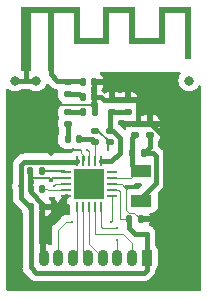
<source format=gbr>
%TF.GenerationSoftware,KiCad,Pcbnew,7.0.5*%
%TF.CreationDate,2024-06-04T21:33:16-04:00*%
%TF.ProjectId,Prueba kicad,50727565-6261-4206-9b69-6361642e6b69,rev?*%
%TF.SameCoordinates,Original*%
%TF.FileFunction,Copper,L1,Top*%
%TF.FilePolarity,Positive*%
%FSLAX46Y46*%
G04 Gerber Fmt 4.6, Leading zero omitted, Abs format (unit mm)*
G04 Created by KiCad (PCBNEW 7.0.5) date 2024-06-04 21:33:16*
%MOMM*%
%LPD*%
G01*
G04 APERTURE LIST*
G04 Aperture macros list*
%AMRoundRect*
0 Rectangle with rounded corners*
0 $1 Rounding radius*
0 $2 $3 $4 $5 $6 $7 $8 $9 X,Y pos of 4 corners*
0 Add a 4 corners polygon primitive as box body*
4,1,4,$2,$3,$4,$5,$6,$7,$8,$9,$2,$3,0*
0 Add four circle primitives for the rounded corners*
1,1,$1+$1,$2,$3*
1,1,$1+$1,$4,$5*
1,1,$1+$1,$6,$7*
1,1,$1+$1,$8,$9*
0 Add four rect primitives between the rounded corners*
20,1,$1+$1,$2,$3,$4,$5,0*
20,1,$1+$1,$4,$5,$6,$7,0*
20,1,$1+$1,$6,$7,$8,$9,0*
20,1,$1+$1,$8,$9,$2,$3,0*%
G04 Aperture macros list end*
%TA.AperFunction,SMDPad,CuDef*%
%ADD10RoundRect,0.135000X-0.135000X-0.185000X0.135000X-0.185000X0.135000X0.185000X-0.135000X0.185000X0*%
%TD*%
%TA.AperFunction,SMDPad,CuDef*%
%ADD11RoundRect,0.140000X-0.140000X-0.170000X0.140000X-0.170000X0.140000X0.170000X-0.140000X0.170000X0*%
%TD*%
%TA.AperFunction,SMDPad,CuDef*%
%ADD12RoundRect,0.140000X0.170000X-0.140000X0.170000X0.140000X-0.170000X0.140000X-0.170000X-0.140000X0*%
%TD*%
%TA.AperFunction,SMDPad,CuDef*%
%ADD13R,1.800000X1.000000*%
%TD*%
%TA.AperFunction,SMDPad,CuDef*%
%ADD14RoundRect,0.147500X0.172500X-0.147500X0.172500X0.147500X-0.172500X0.147500X-0.172500X-0.147500X0*%
%TD*%
%TA.AperFunction,ComponentPad*%
%ADD15R,0.900000X0.500000*%
%TD*%
%TA.AperFunction,ConnectorPad*%
%ADD16R,0.500000X0.500000*%
%TD*%
%TA.AperFunction,SMDPad,CuDef*%
%ADD17RoundRect,0.140000X-0.170000X0.140000X-0.170000X-0.140000X0.170000X-0.140000X0.170000X0.140000X0*%
%TD*%
%TA.AperFunction,SMDPad,CuDef*%
%ADD18RoundRect,0.147500X0.147500X0.172500X-0.147500X0.172500X-0.147500X-0.172500X0.147500X-0.172500X0*%
%TD*%
%TA.AperFunction,SMDPad,CuDef*%
%ADD19R,2.500000X2.500000*%
%TD*%
%TA.AperFunction,SMDPad,CuDef*%
%ADD20RoundRect,0.062500X0.350000X-0.062500X0.350000X0.062500X-0.350000X0.062500X-0.350000X-0.062500X0*%
%TD*%
%TA.AperFunction,SMDPad,CuDef*%
%ADD21RoundRect,0.062500X0.062500X-0.350000X0.062500X0.350000X-0.062500X0.350000X-0.062500X-0.350000X0*%
%TD*%
%TA.AperFunction,SMDPad,CuDef*%
%ADD22RoundRect,0.140000X0.140000X0.170000X-0.140000X0.170000X-0.140000X-0.170000X0.140000X-0.170000X0*%
%TD*%
%TA.AperFunction,SMDPad,CuDef*%
%ADD23RoundRect,0.135000X0.135000X0.185000X-0.135000X0.185000X-0.135000X-0.185000X0.135000X-0.185000X0*%
%TD*%
%TA.AperFunction,ComponentPad*%
%ADD24O,0.900000X1.400000*%
%TD*%
%TA.AperFunction,ComponentPad*%
%ADD25RoundRect,0.225000X0.225000X0.475000X-0.225000X0.475000X-0.225000X-0.475000X0.225000X-0.475000X0*%
%TD*%
%TA.AperFunction,ViaPad*%
%ADD26C,0.800000*%
%TD*%
%TA.AperFunction,ViaPad*%
%ADD27C,0.200000*%
%TD*%
%TA.AperFunction,ViaPad*%
%ADD28C,0.500000*%
%TD*%
%TA.AperFunction,ViaPad*%
%ADD29C,0.400000*%
%TD*%
%TA.AperFunction,Conductor*%
%ADD30C,0.400000*%
%TD*%
%TA.AperFunction,Conductor*%
%ADD31C,0.100000*%
%TD*%
%TA.AperFunction,Conductor*%
%ADD32C,0.200000*%
%TD*%
G04 APERTURE END LIST*
%TA.AperFunction,EtchedComponent*%
%TO.C,AE1*%
G36*
X119512500Y-91130000D02*
G01*
X121512500Y-91130000D01*
X121512500Y-88490000D01*
X124212500Y-88490000D01*
X124212500Y-91130000D01*
X126212500Y-91130000D01*
X126212500Y-88490000D01*
X128912500Y-88490000D01*
X128912500Y-92930000D01*
X128412500Y-92930000D01*
X128412500Y-88990000D01*
X126712500Y-88990000D01*
X126712500Y-91630000D01*
X123712500Y-91630000D01*
X123712500Y-88990000D01*
X122012500Y-88990000D01*
X122012500Y-91630000D01*
X119012500Y-91630000D01*
X119012500Y-88990000D01*
X117312500Y-88990000D01*
X117312500Y-93890000D01*
X116812500Y-93890000D01*
X116812500Y-88990000D01*
X115412500Y-88990000D01*
X115412500Y-93890000D01*
X114512500Y-93890000D01*
X114512500Y-93646785D01*
X114814917Y-93646785D01*
X114824758Y-93694395D01*
X114848826Y-93736797D01*
X114886769Y-93769581D01*
X114894681Y-93773935D01*
X114937344Y-93786043D01*
X114985863Y-93785300D01*
X115031378Y-93772400D01*
X115049989Y-93761787D01*
X115083632Y-93726553D01*
X115104191Y-93681368D01*
X115110722Y-93631842D01*
X115102282Y-93583583D01*
X115085388Y-93551357D01*
X115050128Y-93518687D01*
X115004818Y-93498592D01*
X114955233Y-93492018D01*
X114907147Y-93499908D01*
X114874255Y-93516814D01*
X114839315Y-93553584D01*
X114819653Y-93598378D01*
X114814917Y-93646785D01*
X114512500Y-93646785D01*
X114512500Y-88490000D01*
X119512500Y-88490000D01*
X119512500Y-91130000D01*
G37*
%TD.AperFunction*%
%TD*%
D10*
%TO.P,R2,2*%
%TO.N,Net-(C6-Pad1)*%
X124970000Y-100878000D03*
%TO.P,R2,1*%
%TO.N,Net-(U1-XC2)*%
X123950000Y-100878000D03*
%TD*%
D11*
%TO.P,C11,2*%
%TO.N,GND*%
X120731000Y-96149000D03*
%TO.P,C11,1*%
%TO.N,Net-(C10-Pad1)*%
X119771000Y-96149000D03*
%TD*%
D12*
%TO.P,C5,2*%
%TO.N,GND*%
X124206000Y-98394000D03*
%TO.P,C5,1*%
%TO.N,Net-(U1-XC2)*%
X124206000Y-99354000D03*
%TD*%
%TO.P,C7,2*%
%TO.N,GND*%
X122283000Y-96403000D03*
%TO.P,C7,1*%
%TO.N,Net-(U1-VDD_PA)*%
X122283000Y-97363000D03*
%TD*%
D13*
%TO.P,Y1,2,2*%
%TO.N,Net-(C6-Pad1)*%
X124714000Y-104902000D03*
%TO.P,Y1,1,1*%
%TO.N,Net-(U1-XC2)*%
X124714000Y-102402000D03*
%TD*%
D11*
%TO.P,C10,2*%
%TO.N,GND*%
X120787000Y-97419000D03*
%TO.P,C10,1*%
%TO.N,Net-(C10-Pad1)*%
X119827000Y-97419000D03*
%TD*%
D12*
%TO.P,C6,2*%
%TO.N,GND*%
X125476000Y-98394000D03*
%TO.P,C6,1*%
%TO.N,Net-(C6-Pad1)*%
X125476000Y-99354000D03*
%TD*%
D14*
%TO.P,L1,2,2*%
%TO.N,Net-(U1-ANT2)*%
X120787000Y-98989000D03*
%TO.P,L1,1,1*%
%TO.N,Net-(U1-ANT1)*%
X120787000Y-99959000D03*
%TD*%
D11*
%TO.P,C4,2*%
%TO.N,GND*%
X124670000Y-106476000D03*
%TO.P,C4,1*%
%TO.N,VDD*%
X123710000Y-106476000D03*
%TD*%
D15*
%TO.P,AE1,2*%
%TO.N,N/C*%
X114962500Y-93640000D03*
D16*
%TO.P,AE1,1,A*%
%TO.N,Net-(AE1-A)*%
X117062500Y-93640000D03*
%TD*%
D14*
%TO.P,L4,2,2*%
%TO.N,Net-(AE1-A)*%
X118501000Y-94879000D03*
%TO.P,L4,1,1*%
%TO.N,Net-(C10-Pad1)*%
X118501000Y-95849000D03*
%TD*%
D17*
%TO.P,C9,2*%
%TO.N,Net-(C9-Pad2)*%
X118501000Y-98379000D03*
%TO.P,C9,1*%
%TO.N,Net-(C10-Pad1)*%
X118501000Y-97419000D03*
%TD*%
D11*
%TO.P,C2,2*%
%TO.N,GND*%
X116332000Y-105410000D03*
%TO.P,C2,1*%
%TO.N,VDD*%
X115372000Y-105410000D03*
%TD*%
D14*
%TO.P,L2,2,2*%
%TO.N,Net-(U1-VDD_PA)*%
X122057000Y-98989000D03*
%TO.P,L2,1,1*%
%TO.N,Net-(U1-ANT2)*%
X122057000Y-99959000D03*
%TD*%
D11*
%TO.P,C12,2*%
%TO.N,GND*%
X120731000Y-94879000D03*
%TO.P,C12,1*%
%TO.N,Net-(AE1-A)*%
X119771000Y-94879000D03*
%TD*%
D12*
%TO.P,C8,2*%
%TO.N,GND*%
X123581000Y-96403000D03*
%TO.P,C8,1*%
%TO.N,Net-(U1-VDD_PA)*%
X123581000Y-97363000D03*
%TD*%
D18*
%TO.P,L3,2,2*%
%TO.N,Net-(C9-Pad2)*%
X118501000Y-99705000D03*
%TO.P,L3,1,1*%
%TO.N,Net-(U1-ANT1)*%
X119471000Y-99705000D03*
%TD*%
D19*
%TO.P,U1,21*%
%TO.N,N/C*%
X120279000Y-103515000D03*
D20*
%TO.P,U1,20,VSS*%
%TO.N,GND*%
X118341500Y-104515000D03*
%TO.P,U1,19,DVDD*%
%TO.N,Net-(U1-DVDD)*%
X118341500Y-104015000D03*
%TO.P,U1,18,VDD*%
%TO.N,VDD*%
X118341500Y-103515000D03*
%TO.P,U1,17,VSS*%
%TO.N,GND*%
X118341500Y-103015000D03*
%TO.P,U1,16,IREF*%
%TO.N,Net-(U1-IREF)*%
X118341500Y-102515000D03*
D21*
%TO.P,U1,15,VDD*%
%TO.N,VDD*%
X119279000Y-101577500D03*
%TO.P,U1,14,VSS*%
%TO.N,GND*%
X119779000Y-101577500D03*
%TO.P,U1,13,ANT2*%
%TO.N,Net-(U1-ANT2)*%
X120279000Y-101577500D03*
%TO.P,U1,12,ANT1*%
%TO.N,Net-(U1-ANT1)*%
X120779000Y-101577500D03*
%TO.P,U1,11,VDD_PA*%
%TO.N,Net-(U1-VDD_PA)*%
X121279000Y-101577500D03*
D20*
%TO.P,U1,10,XC1*%
%TO.N,unconnected-(U1-XC1-Pad10)*%
X122216500Y-102515000D03*
%TO.P,U1,9,XC2*%
%TO.N,Net-(U1-XC2)*%
X122216500Y-103015000D03*
%TO.P,U1,8,VSS*%
%TO.N,GND*%
X122216500Y-103515000D03*
%TO.P,U1,7,VDD*%
%TO.N,VDD*%
X122216500Y-104015000D03*
%TO.P,U1,6,IRQ*%
%TO.N,Net-(J1-Pin_7)*%
X122216500Y-104515000D03*
D21*
%TO.P,U1,5,MISO*%
%TO.N,Net-(J1-Pin_3)*%
X121279000Y-105452500D03*
%TO.P,U1,4,MOSI*%
%TO.N,Net-(J1-Pin_2)*%
X120779000Y-105452500D03*
%TO.P,U1,3,SCK*%
%TO.N,Net-(J1-Pin_4)*%
X120279000Y-105452500D03*
%TO.P,U1,2,CSN*%
%TO.N,Net-(J1-Pin_5)*%
X119779000Y-105452500D03*
%TO.P,U1,1,CE*%
%TO.N,Net-(J1-Pin_6)*%
X119279000Y-105452500D03*
%TD*%
D22*
%TO.P,C3,2*%
%TO.N,GND*%
X115372000Y-103886000D03*
%TO.P,C3,1*%
%TO.N,Net-(U1-DVDD)*%
X116332000Y-103886000D03*
%TD*%
D23*
%TO.P,R1,2*%
%TO.N,GND*%
X115312000Y-102362000D03*
%TO.P,R1,1*%
%TO.N,Net-(U1-IREF)*%
X116332000Y-102362000D03*
%TD*%
D24*
%TO.P,J1,8,Pin_8*%
%TO.N,GND*%
X116452000Y-109728000D03*
%TO.P,J1,7,Pin_7*%
%TO.N,Net-(J1-Pin_7)*%
X117702000Y-109728000D03*
%TO.P,J1,6,Pin_6*%
%TO.N,Net-(J1-Pin_6)*%
X118952000Y-109728000D03*
%TO.P,J1,5,Pin_5*%
%TO.N,Net-(J1-Pin_5)*%
X120202000Y-109728000D03*
%TO.P,J1,4,Pin_4*%
%TO.N,Net-(J1-Pin_4)*%
X121452000Y-109728000D03*
%TO.P,J1,3,Pin_3*%
%TO.N,Net-(J1-Pin_3)*%
X122702000Y-109728000D03*
%TO.P,J1,2,Pin_2*%
%TO.N,Net-(J1-Pin_2)*%
X123952000Y-109728000D03*
D25*
%TO.P,J1,1,Pin_1*%
%TO.N,VDD*%
X125202000Y-109728000D03*
%TD*%
D26*
%TO.N,*%
X115824000Y-94742000D03*
X114046000Y-94742000D03*
X128778000Y-94742000D03*
D27*
%TO.N,VDD*%
X117348000Y-103632000D03*
D28*
X114554000Y-103632000D03*
%TO.N,GND*%
X117094000Y-100838000D03*
D29*
X117094000Y-103124000D03*
D27*
%TO.N,Net-(J1-Pin_3)*%
X122682000Y-107188000D03*
X122682000Y-108204000D03*
%TO.N,Net-(J1-Pin_7)*%
X122174000Y-106680000D03*
X118872000Y-106680000D03*
%TO.N,Net-(U1-ANT2)*%
X121920000Y-100584000D03*
X120142000Y-100584000D03*
%TD*%
D30*
%TO.N,*%
X114962500Y-93640000D02*
X114962500Y-94642500D01*
X115062000Y-94742000D02*
X115824000Y-94742000D01*
X114046000Y-94742000D02*
X115062000Y-94742000D01*
X114962500Y-94642500D02*
X115062000Y-94742000D01*
%TO.N,Net-(AE1-A)*%
X117062500Y-93640000D02*
X117062500Y-94202500D01*
X117062500Y-94202500D02*
X117602000Y-94742000D01*
X119634000Y-94742000D02*
X119771000Y-94879000D01*
X117602000Y-94742000D02*
X119634000Y-94742000D01*
D31*
%TO.N,VDD*%
X123660000Y-106426000D02*
X123710000Y-106476000D01*
D30*
X114554000Y-103886000D02*
X114554000Y-101854000D01*
X114554000Y-101854000D02*
X114808000Y-101600000D01*
X115824000Y-110998000D02*
X124968000Y-110998000D01*
D31*
X122936000Y-104140000D02*
X122936000Y-106426000D01*
D30*
X125222000Y-110744000D02*
X125202000Y-110724000D01*
X114554000Y-103886000D02*
X114554000Y-103632000D01*
X124206000Y-107696000D02*
X123698000Y-107188000D01*
D31*
X122216500Y-104015000D02*
X122811000Y-104015000D01*
X122811000Y-104015000D02*
X122936000Y-104140000D01*
D30*
X119231500Y-101600000D02*
X119254000Y-101577500D01*
X123710000Y-107176000D02*
X123710000Y-106476000D01*
X124968000Y-110998000D02*
X125222000Y-110744000D01*
X123698000Y-107188000D02*
X123710000Y-107176000D01*
X114554000Y-104648000D02*
X114554000Y-103886000D01*
X125202000Y-109728000D02*
X125222000Y-109708000D01*
D31*
X118341500Y-103515000D02*
X117465000Y-103515000D01*
X117465000Y-103515000D02*
X117348000Y-103632000D01*
D30*
X125202000Y-110724000D02*
X125202000Y-109728000D01*
X115316000Y-105410000D02*
X114554000Y-104648000D01*
X125222000Y-107696000D02*
X124206000Y-107696000D01*
X115372000Y-105410000D02*
X115372000Y-110546000D01*
D31*
X122936000Y-106426000D02*
X123660000Y-106426000D01*
D30*
X114808000Y-101600000D02*
X119231500Y-101600000D01*
X115372000Y-105410000D02*
X115316000Y-105410000D01*
X115372000Y-110546000D02*
X115824000Y-110998000D01*
X125222000Y-109708000D02*
X125222000Y-107696000D01*
%TO.N,GND*%
X124460000Y-96520000D02*
X124343000Y-96403000D01*
X125222000Y-98394000D02*
X125572000Y-98394000D01*
X116332000Y-105156000D02*
X116332000Y-105410000D01*
X124460000Y-98394000D02*
X125222000Y-98394000D01*
X120731000Y-96149000D02*
X121295000Y-96149000D01*
X125572000Y-98394000D02*
X126746000Y-99568000D01*
X115312000Y-103826000D02*
X115372000Y-103886000D01*
D32*
X117094000Y-100584000D02*
X117094000Y-100838000D01*
X117203000Y-103015000D02*
X117094000Y-103124000D01*
D30*
X115372000Y-103886000D02*
X115372000Y-104196000D01*
X120731000Y-96774000D02*
X120731000Y-97363000D01*
D31*
X119888000Y-101092000D02*
X119634000Y-100838000D01*
D30*
X116332000Y-105410000D02*
X116332000Y-109608000D01*
X118341500Y-104540000D02*
X117471500Y-105410000D01*
X126746000Y-105156000D02*
X125426000Y-106476000D01*
D31*
X123073000Y-103515000D02*
X123444000Y-103886000D01*
D32*
X120731000Y-96774000D02*
X117856000Y-96774000D01*
D31*
X122216500Y-103515000D02*
X123073000Y-103515000D01*
X119634000Y-100838000D02*
X119634000Y-100584000D01*
D30*
X124206000Y-98394000D02*
X124460000Y-98394000D01*
D31*
X123698000Y-105916000D02*
X124110000Y-105916000D01*
D32*
X117954500Y-104902000D02*
X118341500Y-104515000D01*
X117094000Y-100584000D02*
X119634000Y-100584000D01*
X115421000Y-103015000D02*
X115312000Y-103124000D01*
X117094000Y-103124000D02*
X116985000Y-103015000D01*
D30*
X120731000Y-94879000D02*
X120731000Y-96774000D01*
X115312000Y-103124000D02*
X115312000Y-103826000D01*
D31*
X119888000Y-101468500D02*
X119888000Y-101092000D01*
D32*
X117094000Y-97536000D02*
X117094000Y-100584000D01*
D30*
X115372000Y-104196000D02*
X116332000Y-105156000D01*
X124460000Y-98394000D02*
X124460000Y-96520000D01*
X126746000Y-99568000D02*
X126746000Y-105156000D01*
D32*
X117856000Y-96774000D02*
X117094000Y-97536000D01*
D30*
X121295000Y-96149000D02*
X121549000Y-96403000D01*
D31*
X124110000Y-105916000D02*
X124670000Y-106476000D01*
D30*
X115312000Y-102362000D02*
X115312000Y-103124000D01*
D31*
X123444000Y-105662000D02*
X123698000Y-105916000D01*
D30*
X124343000Y-96403000D02*
X123581000Y-96403000D01*
D31*
X119779000Y-101577500D02*
X119888000Y-101468500D01*
D30*
X120731000Y-97363000D02*
X120787000Y-97419000D01*
D32*
X116985000Y-103015000D02*
X115421000Y-103015000D01*
D31*
X123444000Y-103886000D02*
X123444000Y-105662000D01*
D32*
X118341500Y-103015000D02*
X117203000Y-103015000D01*
D30*
X117471500Y-105410000D02*
X116332000Y-105410000D01*
X116332000Y-109608000D02*
X116452000Y-109728000D01*
X121549000Y-96403000D02*
X123581000Y-96403000D01*
X125426000Y-106476000D02*
X124670000Y-106476000D01*
D31*
%TO.N,Net-(U1-DVDD)*%
X116711000Y-103886000D02*
X116332000Y-103886000D01*
X116840000Y-104015000D02*
X116711000Y-103886000D01*
X118341500Y-104015000D02*
X116840000Y-104015000D01*
D30*
%TO.N,Net-(U1-XC2)*%
X124206000Y-99354000D02*
X123950000Y-99610000D01*
D31*
X123847000Y-103015000D02*
X124460000Y-102402000D01*
D30*
X123950000Y-99610000D02*
X123950000Y-100878000D01*
D31*
X122216500Y-103015000D02*
X123847000Y-103015000D01*
D30*
X123950000Y-100878000D02*
X123950000Y-101892000D01*
X123950000Y-101892000D02*
X124460000Y-102402000D01*
%TO.N,Net-(C6-Pad1)*%
X124970000Y-100878000D02*
X125010000Y-100838000D01*
X125476000Y-99354000D02*
X125476000Y-100372000D01*
X125984000Y-101092000D02*
X125984000Y-103378000D01*
X125010000Y-100838000D02*
X125730000Y-100838000D01*
X125476000Y-100372000D02*
X124970000Y-100878000D01*
X125984000Y-103378000D02*
X124460000Y-104902000D01*
X125730000Y-100838000D02*
X125984000Y-101092000D01*
%TO.N,Net-(U1-VDD_PA)*%
X122057000Y-98989000D02*
X122357000Y-98989000D01*
X122057000Y-98989000D02*
X122057000Y-97589000D01*
X122936000Y-100838000D02*
X122196500Y-101577500D01*
X122357000Y-98989000D02*
X122936000Y-99568000D01*
X122936000Y-99568000D02*
X122936000Y-100838000D01*
X122057000Y-97589000D02*
X122283000Y-97363000D01*
X122283000Y-97363000D02*
X123581000Y-97363000D01*
X122196500Y-101577500D02*
X121304000Y-101577500D01*
%TO.N,Net-(C10-Pad1)*%
X119471000Y-95849000D02*
X119771000Y-96149000D01*
X118501000Y-95849000D02*
X119471000Y-95849000D01*
X118501000Y-97419000D02*
X119827000Y-97419000D01*
%TO.N,Net-(C9-Pad2)*%
X118501000Y-98379000D02*
X118501000Y-99705000D01*
D31*
%TO.N,Net-(J1-Pin_2)*%
X123190000Y-107696000D02*
X123952000Y-108458000D01*
X120779000Y-105452500D02*
X120779000Y-107696000D01*
X120779000Y-107696000D02*
X123190000Y-107696000D01*
X123952000Y-108458000D02*
X123952000Y-109728000D01*
%TO.N,Net-(J1-Pin_3)*%
X122702000Y-108224000D02*
X122682000Y-108204000D01*
X121412000Y-107188000D02*
X122682000Y-107188000D01*
X121279000Y-105452500D02*
X121279000Y-107055000D01*
X122702000Y-109728000D02*
X122702000Y-108224000D01*
X121279000Y-107055000D02*
X121412000Y-107188000D01*
%TO.N,Net-(J1-Pin_4)*%
X120279000Y-105452500D02*
X120279000Y-108555000D01*
X120279000Y-108555000D02*
X121452000Y-109728000D01*
%TO.N,Net-(J1-Pin_5)*%
X119779000Y-109305000D02*
X120202000Y-109728000D01*
X119779000Y-105452500D02*
X119779000Y-109305000D01*
%TO.N,Net-(J1-Pin_6)*%
X119279000Y-109401000D02*
X118952000Y-109728000D01*
X119279000Y-105452500D02*
X119279000Y-109401000D01*
%TO.N,Net-(J1-Pin_7)*%
X117702000Y-109728000D02*
X117702000Y-107342000D01*
X122216500Y-104515000D02*
X122216500Y-106637500D01*
X117702000Y-107342000D02*
X118364000Y-106680000D01*
X118364000Y-106680000D02*
X118872000Y-106680000D01*
X122216500Y-106637500D02*
X122174000Y-106680000D01*
%TO.N,Net-(U1-ANT1)*%
X120779000Y-99967000D02*
X120787000Y-99959000D01*
D30*
X119471000Y-99705000D02*
X120533000Y-99705000D01*
X120533000Y-99705000D02*
X120787000Y-99959000D01*
D31*
X120779000Y-101577500D02*
X120779000Y-99967000D01*
D32*
%TO.N,Net-(U1-ANT2)*%
X122057000Y-99959000D02*
X121920000Y-100096000D01*
X121920000Y-100096000D02*
X121920000Y-100584000D01*
X120787000Y-98989000D02*
X121087000Y-98989000D01*
X121087000Y-98989000D02*
X122057000Y-99959000D01*
D31*
X120279000Y-100721000D02*
X120142000Y-100584000D01*
X120279000Y-101577500D02*
X120279000Y-100721000D01*
D32*
%TO.N,Net-(U1-IREF)*%
X118188500Y-102362000D02*
X116332000Y-102362000D01*
X118341500Y-102515000D02*
X118188500Y-102362000D01*
%TD*%
%TA.AperFunction,Conductor*%
%TO.N,GND*%
G36*
X128040896Y-93999685D02*
G01*
X128086651Y-94052489D01*
X128096595Y-94121647D01*
X128067570Y-94185203D01*
X128066007Y-94186972D01*
X128045466Y-94209785D01*
X127950821Y-94373715D01*
X127950818Y-94373722D01*
X127892327Y-94553740D01*
X127892326Y-94553744D01*
X127872540Y-94742000D01*
X127892326Y-94930256D01*
X127892327Y-94930259D01*
X127950818Y-95110277D01*
X127950821Y-95110284D01*
X128045467Y-95274216D01*
X128149245Y-95389473D01*
X128172129Y-95414888D01*
X128325265Y-95526148D01*
X128325270Y-95526151D01*
X128498192Y-95603142D01*
X128498197Y-95603144D01*
X128683354Y-95642500D01*
X128683355Y-95642500D01*
X128872644Y-95642500D01*
X128872646Y-95642500D01*
X129057803Y-95603144D01*
X129230730Y-95526151D01*
X129383871Y-95414888D01*
X129510533Y-95274216D01*
X129562113Y-95184875D01*
X129612677Y-95136661D01*
X129681284Y-95123437D01*
X129746149Y-95149404D01*
X129786679Y-95206318D01*
X129793499Y-95246876D01*
X129793500Y-112397500D01*
X129773815Y-112464539D01*
X129721011Y-112510294D01*
X129669500Y-112521500D01*
X113408500Y-112521500D01*
X113341461Y-112501815D01*
X113295706Y-112449011D01*
X113284500Y-112397500D01*
X113284500Y-95545180D01*
X113304185Y-95478141D01*
X113356989Y-95432386D01*
X113426147Y-95422442D01*
X113481383Y-95444860D01*
X113527190Y-95478141D01*
X113593270Y-95526151D01*
X113766192Y-95603142D01*
X113766197Y-95603144D01*
X113951354Y-95642500D01*
X113951355Y-95642500D01*
X114140644Y-95642500D01*
X114140646Y-95642500D01*
X114325803Y-95603144D01*
X114498730Y-95526151D01*
X114521790Y-95509397D01*
X114581271Y-95466182D01*
X114647077Y-95442702D01*
X114654156Y-95442500D01*
X114987078Y-95442500D01*
X115009429Y-95444531D01*
X115010281Y-95444687D01*
X115019394Y-95446357D01*
X115019395Y-95446356D01*
X115019396Y-95446357D01*
X115081293Y-95442613D01*
X115085037Y-95442500D01*
X115215844Y-95442500D01*
X115282883Y-95462185D01*
X115288729Y-95466182D01*
X115371265Y-95526148D01*
X115371270Y-95526151D01*
X115544192Y-95603142D01*
X115544197Y-95603144D01*
X115729354Y-95642500D01*
X115729355Y-95642500D01*
X115918644Y-95642500D01*
X115918646Y-95642500D01*
X116103803Y-95603144D01*
X116276730Y-95526151D01*
X116429871Y-95414888D01*
X116556533Y-95274216D01*
X116651179Y-95110284D01*
X116669197Y-95054829D01*
X116708633Y-94997154D01*
X116772992Y-94969955D01*
X116841838Y-94981869D01*
X116874809Y-95005466D01*
X117090399Y-95221056D01*
X117092935Y-95223750D01*
X117113423Y-95246876D01*
X117134073Y-95270185D01*
X117161021Y-95288786D01*
X117185117Y-95305417D01*
X117188107Y-95307617D01*
X117236943Y-95345878D01*
X117246180Y-95350035D01*
X117265726Y-95361058D01*
X117274070Y-95366818D01*
X117332052Y-95388807D01*
X117335514Y-95390241D01*
X117392068Y-95415694D01*
X117402030Y-95417519D01*
X117423651Y-95423546D01*
X117433125Y-95427139D01*
X117433128Y-95427140D01*
X117449871Y-95429173D01*
X117494689Y-95434615D01*
X117498386Y-95435177D01*
X117559394Y-95446357D01*
X117559401Y-95446356D01*
X117566883Y-95446810D01*
X117566734Y-95449262D01*
X117623264Y-95462198D01*
X117672136Y-95512131D01*
X117686253Y-95580560D01*
X117683968Y-95592992D01*
X117684529Y-95593095D01*
X117683390Y-95599326D01*
X117680500Y-95636052D01*
X117680500Y-96061947D01*
X117683390Y-96098673D01*
X117683391Y-96098679D01*
X117729066Y-96255892D01*
X117729068Y-96255895D01*
X117812408Y-96396817D01*
X117812414Y-96396825D01*
X117928174Y-96512585D01*
X117928177Y-96512587D01*
X117928180Y-96512590D01*
X117967956Y-96536113D01*
X118015639Y-96587181D01*
X118028143Y-96655923D01*
X118001498Y-96720512D01*
X117967958Y-96749576D01*
X117935315Y-96768881D01*
X117935307Y-96768887D01*
X117820887Y-96883307D01*
X117820881Y-96883315D01*
X117738505Y-97022606D01*
X117738504Y-97022609D01*
X117693357Y-97178002D01*
X117693356Y-97178008D01*
X117690500Y-97214302D01*
X117690500Y-97623697D01*
X117693356Y-97659991D01*
X117693357Y-97659997D01*
X117738504Y-97815391D01*
X117738506Y-97815395D01*
X117750619Y-97835877D01*
X117767802Y-97903601D01*
X117750621Y-97962117D01*
X117738507Y-97982600D01*
X117738504Y-97982608D01*
X117693357Y-98138002D01*
X117693356Y-98138008D01*
X117690500Y-98174302D01*
X117690500Y-98583697D01*
X117693356Y-98619991D01*
X117693357Y-98619997D01*
X117738504Y-98775390D01*
X117738505Y-98775393D01*
X117738506Y-98775395D01*
X117760307Y-98812259D01*
X117783232Y-98851022D01*
X117800500Y-98914143D01*
X117800500Y-99160668D01*
X117783232Y-99223788D01*
X117754072Y-99273094D01*
X117754067Y-99273107D01*
X117708391Y-99430320D01*
X117708390Y-99430326D01*
X117705500Y-99467052D01*
X117705500Y-99942947D01*
X117708390Y-99979673D01*
X117708391Y-99979679D01*
X117754066Y-100136892D01*
X117754068Y-100136895D01*
X117837408Y-100277817D01*
X117837414Y-100277825D01*
X117953174Y-100393585D01*
X117953178Y-100393588D01*
X117953180Y-100393590D01*
X118094103Y-100476931D01*
X118094104Y-100476931D01*
X118094107Y-100476933D01*
X118251320Y-100522608D01*
X118251323Y-100522608D01*
X118251325Y-100522609D01*
X118288060Y-100525500D01*
X118288068Y-100525500D01*
X118713932Y-100525500D01*
X118713940Y-100525500D01*
X118750675Y-100522609D01*
X118750677Y-100522608D01*
X118750679Y-100522608D01*
X118907892Y-100476933D01*
X118907892Y-100476932D01*
X118907897Y-100476931D01*
X118922879Y-100468070D01*
X118990601Y-100450887D01*
X119049120Y-100468070D01*
X119053669Y-100470760D01*
X119101350Y-100521829D01*
X119113853Y-100590571D01*
X119087206Y-100655160D01*
X119037998Y-100692051D01*
X118932574Y-100735719D01*
X118932571Y-100735720D01*
X118932571Y-100735721D01*
X118814964Y-100825964D01*
X118814963Y-100825965D01*
X118814962Y-100825966D01*
X118795763Y-100850987D01*
X118739335Y-100892189D01*
X118697388Y-100899500D01*
X114831037Y-100899500D01*
X114827293Y-100899387D01*
X114765397Y-100895643D01*
X114765390Y-100895643D01*
X114704402Y-100906819D01*
X114700701Y-100907382D01*
X114639125Y-100914860D01*
X114629642Y-100918456D01*
X114608038Y-100924478D01*
X114606535Y-100924754D01*
X114598065Y-100926306D01*
X114541522Y-100951754D01*
X114538063Y-100953187D01*
X114501867Y-100966915D01*
X114480070Y-100975182D01*
X114480068Y-100975183D01*
X114480066Y-100975184D01*
X114480061Y-100975186D01*
X114471722Y-100980942D01*
X114452190Y-100991959D01*
X114442946Y-100996120D01*
X114394124Y-101034368D01*
X114391109Y-101036586D01*
X114340068Y-101071818D01*
X114298942Y-101118240D01*
X114296375Y-101120966D01*
X114074966Y-101342375D01*
X114072240Y-101344942D01*
X114025818Y-101386068D01*
X113990586Y-101437109D01*
X113988368Y-101440124D01*
X113950124Y-101488939D01*
X113950119Y-101488948D01*
X113945960Y-101498188D01*
X113934942Y-101517723D01*
X113929187Y-101526061D01*
X113929183Y-101526067D01*
X113929182Y-101526070D01*
X113929180Y-101526074D01*
X113929179Y-101526077D01*
X113907189Y-101584055D01*
X113905757Y-101587513D01*
X113880305Y-101644068D01*
X113878477Y-101654042D01*
X113872453Y-101675653D01*
X113868860Y-101685127D01*
X113868859Y-101685128D01*
X113861384Y-101746685D01*
X113860821Y-101750386D01*
X113849642Y-101811390D01*
X113849642Y-101811395D01*
X113853387Y-101873302D01*
X113853500Y-101877047D01*
X113853500Y-103340523D01*
X113846542Y-103381477D01*
X113817686Y-103463941D01*
X113817685Y-103463945D01*
X113798751Y-103631997D01*
X113798751Y-103632002D01*
X113817686Y-103800056D01*
X113817686Y-103800058D01*
X113817687Y-103800059D01*
X113846541Y-103882521D01*
X113853499Y-103923474D01*
X113853499Y-104624951D01*
X113853386Y-104628694D01*
X113849641Y-104690601D01*
X113849642Y-104690605D01*
X113860821Y-104751612D01*
X113861384Y-104755313D01*
X113868859Y-104816870D01*
X113868860Y-104816874D01*
X113872451Y-104826343D01*
X113878474Y-104847946D01*
X113880304Y-104857930D01*
X113905759Y-104914490D01*
X113907189Y-104917941D01*
X113929182Y-104975930D01*
X113929183Y-104975931D01*
X113934936Y-104984266D01*
X113945961Y-105003813D01*
X113950120Y-105013055D01*
X113950124Y-105013060D01*
X113988371Y-105061878D01*
X113990591Y-105064896D01*
X114025812Y-105115924D01*
X114025816Y-105115928D01*
X114025817Y-105115929D01*
X114072250Y-105157064D01*
X114074941Y-105159598D01*
X114365207Y-105449864D01*
X114571034Y-105655691D01*
X114602429Y-105708777D01*
X114639504Y-105836391D01*
X114639507Y-105836398D01*
X114654231Y-105861294D01*
X114671500Y-105924416D01*
X114671500Y-110522951D01*
X114671387Y-110526696D01*
X114667642Y-110588603D01*
X114667642Y-110588605D01*
X114678821Y-110649612D01*
X114679384Y-110653313D01*
X114686859Y-110714870D01*
X114686860Y-110714874D01*
X114690451Y-110724343D01*
X114696474Y-110745946D01*
X114698304Y-110755930D01*
X114723759Y-110812490D01*
X114725189Y-110815941D01*
X114747182Y-110873930D01*
X114747183Y-110873931D01*
X114752936Y-110882266D01*
X114763961Y-110901813D01*
X114768120Y-110911055D01*
X114768124Y-110911060D01*
X114771711Y-110915638D01*
X114801712Y-110953932D01*
X114806371Y-110959878D01*
X114808591Y-110962896D01*
X114843812Y-111013924D01*
X114843816Y-111013928D01*
X114843817Y-111013929D01*
X114890250Y-111055064D01*
X114892942Y-111057598D01*
X115312392Y-111477048D01*
X115314928Y-111479742D01*
X115356071Y-111526183D01*
X115403631Y-111559011D01*
X115407115Y-111561416D01*
X115410120Y-111563626D01*
X115458944Y-111601878D01*
X115458946Y-111601879D01*
X115458949Y-111601881D01*
X115468177Y-111606034D01*
X115487731Y-111617062D01*
X115496066Y-111622816D01*
X115496068Y-111622816D01*
X115496070Y-111622818D01*
X115554079Y-111644817D01*
X115557476Y-111646224D01*
X115604770Y-111667509D01*
X115614064Y-111671693D01*
X115614065Y-111671693D01*
X115614069Y-111671695D01*
X115624034Y-111673521D01*
X115645656Y-111679548D01*
X115645667Y-111679552D01*
X115655128Y-111683140D01*
X115700251Y-111688618D01*
X115716674Y-111690613D01*
X115720371Y-111691175D01*
X115781394Y-111702358D01*
X115836752Y-111699009D01*
X115843303Y-111698613D01*
X115847048Y-111698500D01*
X124944952Y-111698500D01*
X124948697Y-111698613D01*
X124956042Y-111699057D01*
X125010606Y-111702358D01*
X125048314Y-111695447D01*
X125071621Y-111691177D01*
X125075325Y-111690613D01*
X125093170Y-111688446D01*
X125136872Y-111683140D01*
X125146335Y-111679550D01*
X125167961Y-111673522D01*
X125168893Y-111673351D01*
X125177932Y-111671695D01*
X125234512Y-111646229D01*
X125237942Y-111644809D01*
X125295930Y-111622818D01*
X125304266Y-111617062D01*
X125323821Y-111606034D01*
X125333057Y-111601878D01*
X125381896Y-111563613D01*
X125384876Y-111561421D01*
X125435929Y-111526183D01*
X125477080Y-111479731D01*
X125479583Y-111477072D01*
X125747290Y-111209367D01*
X125747290Y-111209366D01*
X125752667Y-111203990D01*
X125752676Y-111203979D01*
X125777472Y-111179184D01*
X125797619Y-111145855D01*
X125801856Y-111139716D01*
X125825878Y-111109057D01*
X125841860Y-111073542D01*
X125845333Y-111066926D01*
X125865478Y-111033606D01*
X125877059Y-110996436D01*
X125879712Y-110989439D01*
X125895694Y-110953932D01*
X125902714Y-110915617D01*
X125904497Y-110908385D01*
X125916086Y-110871196D01*
X125918436Y-110832330D01*
X125919340Y-110824898D01*
X125926357Y-110786604D01*
X125926810Y-110779116D01*
X125928629Y-110779226D01*
X125942075Y-110720511D01*
X125962572Y-110693440D01*
X125974966Y-110681045D01*
X125999968Y-110656044D01*
X126089003Y-110511697D01*
X126142349Y-110350708D01*
X126152500Y-110251345D01*
X126152499Y-109204656D01*
X126142349Y-109105292D01*
X126089003Y-108944303D01*
X126088999Y-108944297D01*
X126088998Y-108944294D01*
X125999970Y-108799959D01*
X125999967Y-108799955D01*
X125958819Y-108758807D01*
X125925334Y-108697484D01*
X125922500Y-108671126D01*
X125922500Y-107610943D01*
X125913183Y-107573147D01*
X125911832Y-107565773D01*
X125907140Y-107527130D01*
X125907140Y-107527128D01*
X125893329Y-107490712D01*
X125891110Y-107483590D01*
X125881790Y-107445775D01*
X125863687Y-107411283D01*
X125860627Y-107404484D01*
X125846818Y-107368070D01*
X125824694Y-107336018D01*
X125820823Y-107329614D01*
X125802736Y-107295151D01*
X125802732Y-107295145D01*
X125782422Y-107272220D01*
X125776916Y-107266005D01*
X125772299Y-107260111D01*
X125750185Y-107228073D01*
X125750183Y-107228071D01*
X125721037Y-107202250D01*
X125715743Y-107196955D01*
X125689933Y-107167821D01*
X125689930Y-107167819D01*
X125689929Y-107167817D01*
X125689925Y-107167814D01*
X125657882Y-107145695D01*
X125651986Y-107141075D01*
X125622851Y-107115265D01*
X125622848Y-107115263D01*
X125588387Y-107097177D01*
X125581974Y-107093300D01*
X125549933Y-107071183D01*
X125549931Y-107071182D01*
X125513524Y-107057374D01*
X125506694Y-107054299D01*
X125467257Y-107033603D01*
X125417043Y-106985020D01*
X125401067Y-106917001D01*
X125405804Y-106889210D01*
X125447144Y-106746918D01*
X125447145Y-106746912D01*
X125448790Y-106726000D01*
X124614500Y-106726000D01*
X124547461Y-106706315D01*
X124501706Y-106653511D01*
X124490500Y-106602000D01*
X124490500Y-106350000D01*
X124510185Y-106282961D01*
X124562989Y-106237206D01*
X124614500Y-106226000D01*
X125448790Y-106226000D01*
X125447145Y-106205089D01*
X125405311Y-106061093D01*
X125405511Y-105991224D01*
X125443454Y-105932554D01*
X125507092Y-105903711D01*
X125524388Y-105902499D01*
X125661871Y-105902499D01*
X125661872Y-105902499D01*
X125721483Y-105896091D01*
X125856331Y-105845796D01*
X125971546Y-105759546D01*
X126057796Y-105644331D01*
X126108091Y-105509483D01*
X126114500Y-105449873D01*
X126114499Y-104354128D01*
X126109583Y-104308396D01*
X126121990Y-104239637D01*
X126145189Y-104207465D01*
X126463048Y-103889606D01*
X126465740Y-103887072D01*
X126512183Y-103845929D01*
X126547423Y-103794872D01*
X126549630Y-103791873D01*
X126587877Y-103743057D01*
X126592029Y-103733828D01*
X126603062Y-103714268D01*
X126603419Y-103713750D01*
X126608818Y-103705930D01*
X126630812Y-103647933D01*
X126632231Y-103644505D01*
X126657694Y-103587932D01*
X126659520Y-103577965D01*
X126665548Y-103556340D01*
X126669140Y-103546872D01*
X126676615Y-103485309D01*
X126677179Y-103481605D01*
X126687695Y-103424216D01*
X126688357Y-103420606D01*
X126684611Y-103358676D01*
X126684500Y-103354996D01*
X126684500Y-101115000D01*
X126684610Y-101111323D01*
X126688357Y-101049394D01*
X126677177Y-100988386D01*
X126676615Y-100984689D01*
X126669140Y-100923129D01*
X126669139Y-100923125D01*
X126665546Y-100913651D01*
X126659519Y-100892029D01*
X126657694Y-100882070D01*
X126657694Y-100882068D01*
X126632444Y-100825966D01*
X126632241Y-100825514D01*
X126630807Y-100822052D01*
X126608818Y-100764071D01*
X126608818Y-100764070D01*
X126603058Y-100755726D01*
X126592035Y-100736180D01*
X126587878Y-100726943D01*
X126549617Y-100678107D01*
X126547417Y-100675117D01*
X126530786Y-100651021D01*
X126512185Y-100624073D01*
X126512183Y-100624071D01*
X126465750Y-100582935D01*
X126463056Y-100580399D01*
X126241615Y-100358958D01*
X126239047Y-100356230D01*
X126207682Y-100320825D01*
X126177962Y-100257592D01*
X126176499Y-100238600D01*
X126176499Y-99889144D01*
X126193768Y-99826022D01*
X126238492Y-99750398D01*
X126238494Y-99750395D01*
X126283643Y-99594993D01*
X126286500Y-99558690D01*
X126286500Y-99149310D01*
X126283643Y-99113007D01*
X126238494Y-98957605D01*
X126226089Y-98936630D01*
X126208906Y-98868909D01*
X126226091Y-98810384D01*
X126238032Y-98790194D01*
X126280504Y-98644000D01*
X125974352Y-98644000D01*
X125911233Y-98626732D01*
X125902395Y-98621506D01*
X125902393Y-98621505D01*
X125902389Y-98621503D01*
X125746997Y-98576357D01*
X125746991Y-98576356D01*
X125710697Y-98573500D01*
X125710690Y-98573500D01*
X125241310Y-98573500D01*
X125241302Y-98573500D01*
X125205008Y-98576356D01*
X125205002Y-98576357D01*
X125049610Y-98621503D01*
X125049604Y-98621506D01*
X125049605Y-98621506D01*
X125040766Y-98626732D01*
X124977648Y-98644000D01*
X124704352Y-98644000D01*
X124641233Y-98626732D01*
X124632395Y-98621506D01*
X124632393Y-98621505D01*
X124632389Y-98621503D01*
X124476997Y-98576357D01*
X124476991Y-98576356D01*
X124440697Y-98573500D01*
X124440690Y-98573500D01*
X123971310Y-98573500D01*
X123971302Y-98573500D01*
X123935008Y-98576356D01*
X123935002Y-98576357D01*
X123779610Y-98621503D01*
X123779604Y-98621506D01*
X123779605Y-98621506D01*
X123770766Y-98626732D01*
X123707648Y-98644000D01*
X123401496Y-98644000D01*
X123430080Y-98742390D01*
X123429880Y-98812259D01*
X123391937Y-98870929D01*
X123328299Y-98899772D01*
X123259169Y-98889630D01*
X123223322Y-98864665D01*
X123062540Y-98703883D01*
X122868598Y-98509941D01*
X122866064Y-98507250D01*
X122824929Y-98460817D01*
X122824928Y-98460816D01*
X122824925Y-98460813D01*
X122811059Y-98451242D01*
X122767069Y-98396959D01*
X122757500Y-98349193D01*
X122757500Y-98187500D01*
X122777185Y-98120461D01*
X122829989Y-98074706D01*
X122881500Y-98063500D01*
X123066584Y-98063500D01*
X123129704Y-98080767D01*
X123154605Y-98095494D01*
X123195587Y-98107400D01*
X123310002Y-98140642D01*
X123310005Y-98140642D01*
X123310007Y-98140643D01*
X123346310Y-98143500D01*
X123348737Y-98143691D01*
X123348713Y-98144000D01*
X125225999Y-98144000D01*
X125225999Y-97615209D01*
X125726000Y-97615209D01*
X125726000Y-98144000D01*
X126280504Y-98144000D01*
X126238031Y-97997804D01*
X126155721Y-97858625D01*
X126155714Y-97858616D01*
X126041383Y-97744285D01*
X126041374Y-97744278D01*
X125902195Y-97661968D01*
X125902190Y-97661966D01*
X125746918Y-97616855D01*
X125746912Y-97616854D01*
X125726000Y-97615209D01*
X125225999Y-97615209D01*
X125225999Y-97615208D01*
X125205090Y-97616854D01*
X125205078Y-97616856D01*
X125049809Y-97661966D01*
X125049803Y-97661968D01*
X124904120Y-97748125D01*
X124836396Y-97765308D01*
X124777878Y-97748125D01*
X124632195Y-97661968D01*
X124632190Y-97661966D01*
X124480905Y-97618014D01*
X124422019Y-97580408D01*
X124392813Y-97516936D01*
X124391500Y-97498938D01*
X124391500Y-97158317D01*
X124391499Y-97158302D01*
X124390688Y-97148002D01*
X124388643Y-97122007D01*
X124343494Y-96966605D01*
X124331089Y-96945630D01*
X124313906Y-96877909D01*
X124331091Y-96819384D01*
X124343032Y-96799194D01*
X124385504Y-96653000D01*
X124079352Y-96653000D01*
X124016233Y-96635732D01*
X124007395Y-96630506D01*
X124007393Y-96630505D01*
X124007389Y-96630503D01*
X123851997Y-96585357D01*
X123851991Y-96585356D01*
X123815697Y-96582500D01*
X123815690Y-96582500D01*
X123346310Y-96582500D01*
X123346302Y-96582500D01*
X123310008Y-96585356D01*
X123310002Y-96585357D01*
X123154610Y-96630503D01*
X123154604Y-96630506D01*
X123154605Y-96630506D01*
X123145766Y-96635732D01*
X123082648Y-96653000D01*
X122781352Y-96653000D01*
X122718233Y-96635732D01*
X122709395Y-96630506D01*
X122709393Y-96630505D01*
X122709389Y-96630503D01*
X122553997Y-96585357D01*
X122553991Y-96585356D01*
X122517697Y-96582500D01*
X122517690Y-96582500D01*
X122157000Y-96582500D01*
X122089961Y-96562815D01*
X122044206Y-96510011D01*
X122033000Y-96458500D01*
X122033000Y-96153000D01*
X122533000Y-96153000D01*
X123330999Y-96153000D01*
X123331000Y-95624210D01*
X123330999Y-95624209D01*
X123831000Y-95624209D01*
X123831000Y-96153000D01*
X124385504Y-96153000D01*
X124343031Y-96006804D01*
X124260721Y-95867625D01*
X124260714Y-95867616D01*
X124146383Y-95753285D01*
X124146374Y-95753278D01*
X124007195Y-95670968D01*
X124007190Y-95670966D01*
X123851918Y-95625855D01*
X123851912Y-95625854D01*
X123831000Y-95624209D01*
X123330999Y-95624209D01*
X123310087Y-95625854D01*
X123310081Y-95625855D01*
X123154809Y-95670966D01*
X123154804Y-95670968D01*
X123015625Y-95753278D01*
X123009456Y-95758064D01*
X123007679Y-95755774D01*
X122958358Y-95782706D01*
X122888666Y-95777722D01*
X122855719Y-95756548D01*
X122854544Y-95758064D01*
X122848374Y-95753278D01*
X122709195Y-95670968D01*
X122709190Y-95670966D01*
X122553918Y-95625855D01*
X122553912Y-95625854D01*
X122533000Y-95624209D01*
X122533000Y-96153000D01*
X122033000Y-96153000D01*
X122033000Y-95624210D01*
X122032999Y-95624209D01*
X122012087Y-95625854D01*
X122012081Y-95625855D01*
X121856809Y-95670966D01*
X121856804Y-95670968D01*
X121717625Y-95753278D01*
X121717615Y-95753286D01*
X121675466Y-95795435D01*
X121614143Y-95828919D01*
X121544451Y-95823934D01*
X121488518Y-95782062D01*
X121468709Y-95742347D01*
X121463031Y-95722804D01*
X121376874Y-95577121D01*
X121359691Y-95509397D01*
X121376874Y-95450879D01*
X121463031Y-95305195D01*
X121463033Y-95305190D01*
X121508144Y-95149918D01*
X121508145Y-95149912D01*
X121509790Y-95129000D01*
X120981000Y-95129000D01*
X120981000Y-96568999D01*
X121000680Y-96588679D01*
X121034166Y-96650002D01*
X121037000Y-96676361D01*
X121037000Y-97545000D01*
X121017315Y-97612039D01*
X120964511Y-97657794D01*
X120913000Y-97669000D01*
X120731500Y-97669000D01*
X120664461Y-97649315D01*
X120618706Y-97596511D01*
X120607500Y-97545000D01*
X120607500Y-97184317D01*
X120607499Y-97184302D01*
X120607003Y-97178002D01*
X120604643Y-97148007D01*
X120597089Y-97122007D01*
X120559495Y-96992609D01*
X120559494Y-96992606D01*
X120559494Y-96992605D01*
X120498266Y-96889075D01*
X120480999Y-96825955D01*
X120480999Y-96647354D01*
X120498266Y-96584234D01*
X120503494Y-96575395D01*
X120511018Y-96549500D01*
X120548642Y-96419997D01*
X120548643Y-96419991D01*
X120550466Y-96396825D01*
X120551500Y-96383690D01*
X120551500Y-95914310D01*
X120548643Y-95878007D01*
X120545624Y-95867616D01*
X120503495Y-95722609D01*
X120503493Y-95722603D01*
X120498267Y-95713766D01*
X120480999Y-95650645D01*
X120480999Y-95377354D01*
X120498266Y-95314234D01*
X120503494Y-95305395D01*
X120512553Y-95274216D01*
X120548642Y-95149997D01*
X120548643Y-95149991D01*
X120551499Y-95113697D01*
X120551500Y-95113690D01*
X120551500Y-94753000D01*
X120571185Y-94685961D01*
X120623989Y-94640206D01*
X120675500Y-94629000D01*
X121509790Y-94629000D01*
X121508145Y-94608089D01*
X121463031Y-94452804D01*
X121380721Y-94313625D01*
X121380714Y-94313616D01*
X121260862Y-94193764D01*
X121262639Y-94191986D01*
X121228948Y-94145328D01*
X121225163Y-94075561D01*
X121259698Y-94014823D01*
X121321588Y-93982398D01*
X121345858Y-93980000D01*
X127973857Y-93980000D01*
X128040896Y-93999685D01*
G37*
%TD.AperFunction*%
%TA.AperFunction,Conductor*%
G36*
X116259516Y-109958478D02*
G01*
X116258961Y-109958315D01*
X116257544Y-109956680D01*
X116259516Y-109958478D01*
G37*
%TD.AperFunction*%
%TA.AperFunction,Conductor*%
G36*
X116682315Y-109921039D02*
G01*
X116681854Y-109921437D01*
X116682416Y-109920694D01*
X116682315Y-109921039D01*
G37*
%TD.AperFunction*%
%TA.AperFunction,Conductor*%
G36*
X117380860Y-104585185D02*
G01*
X117426615Y-104637989D01*
X117436760Y-104673314D01*
X117443478Y-104724341D01*
X117443478Y-104724342D01*
X117500156Y-104861175D01*
X117590320Y-104978679D01*
X117707824Y-105068843D01*
X117844658Y-105125521D01*
X117954622Y-105139999D01*
X117954637Y-105140000D01*
X118216499Y-105140000D01*
X118216499Y-104764499D01*
X118236183Y-104697460D01*
X118288987Y-104651705D01*
X118340497Y-104640499D01*
X118342501Y-104640499D01*
X118409539Y-104660184D01*
X118455294Y-104712988D01*
X118466500Y-104764499D01*
X118466500Y-105140000D01*
X118529500Y-105140000D01*
X118596539Y-105159685D01*
X118642294Y-105212489D01*
X118653500Y-105264000D01*
X118653500Y-105839403D01*
X118667988Y-105949463D01*
X118667991Y-105949471D01*
X118671544Y-105958049D01*
X118679012Y-106027518D01*
X118647736Y-106089997D01*
X118587647Y-106125649D01*
X118556982Y-106129500D01*
X118374464Y-106129500D01*
X118372348Y-106129464D01*
X118331775Y-106128078D01*
X118307174Y-106127238D01*
X118307173Y-106127238D01*
X118307171Y-106127238D01*
X118264170Y-106137717D01*
X118257930Y-106138902D01*
X118214079Y-106144930D01*
X118197616Y-106152081D01*
X118177575Y-106158820D01*
X118160150Y-106163066D01*
X118160145Y-106163068D01*
X118121567Y-106184758D01*
X118115881Y-106187582D01*
X118075279Y-106205220D01*
X118061357Y-106216546D01*
X118043883Y-106228438D01*
X118028246Y-106237230D01*
X118028239Y-106237235D01*
X117996939Y-106268535D01*
X117992225Y-106272789D01*
X117957891Y-106300722D01*
X117947541Y-106315385D01*
X117933920Y-106331554D01*
X117320132Y-106945341D01*
X117318610Y-106946812D01*
X117270957Y-106991317D01*
X117247956Y-107029139D01*
X117244384Y-107034388D01*
X117217639Y-107069658D01*
X117217636Y-107069663D01*
X117211055Y-107086352D01*
X117201653Y-107105283D01*
X117192327Y-107120619D01*
X117180385Y-107163237D01*
X117178362Y-107169255D01*
X117162122Y-107210440D01*
X117160288Y-107228284D01*
X117156342Y-107249048D01*
X117151501Y-107266328D01*
X117151500Y-107266337D01*
X117151500Y-107310594D01*
X117151175Y-107316939D01*
X117146648Y-107360970D01*
X117146648Y-107360975D01*
X117149697Y-107378656D01*
X117151500Y-107399724D01*
X117151499Y-108565391D01*
X117131814Y-108632431D01*
X117079010Y-108678185D01*
X117009852Y-108688129D01*
X116961903Y-108670620D01*
X116957108Y-108667631D01*
X116783642Y-108582542D01*
X116783643Y-108582542D01*
X116702000Y-108561403D01*
X116702000Y-109557027D01*
X116695552Y-109544078D01*
X116612666Y-109468516D01*
X116508080Y-109428000D01*
X116424198Y-109428000D01*
X116341750Y-109443412D01*
X116246390Y-109502457D01*
X116202000Y-109561238D01*
X116202000Y-108557528D01*
X116187216Y-108547239D01*
X116169860Y-108548440D01*
X116108615Y-108514813D01*
X116075272Y-108453412D01*
X116072499Y-108427335D01*
X116072499Y-108246500D01*
X116072499Y-106283590D01*
X116081999Y-106251240D01*
X116081999Y-105908352D01*
X116099270Y-105845227D01*
X116104494Y-105836395D01*
X116149643Y-105680993D01*
X116151295Y-105660000D01*
X116582000Y-105660000D01*
X116582000Y-106214503D01*
X116728195Y-106172031D01*
X116867374Y-106089721D01*
X116867383Y-106089714D01*
X116981714Y-105975383D01*
X116981721Y-105975374D01*
X117064031Y-105836195D01*
X117064033Y-105836190D01*
X117109144Y-105680918D01*
X117109145Y-105680912D01*
X117110790Y-105660000D01*
X116582000Y-105660000D01*
X116151295Y-105660000D01*
X116152500Y-105644690D01*
X116152500Y-105283999D01*
X116172185Y-105216961D01*
X116224989Y-105171206D01*
X116276500Y-105160000D01*
X117110790Y-105160000D01*
X117109145Y-105139089D01*
X117064031Y-104983804D01*
X116981721Y-104844625D01*
X116981714Y-104844616D01*
X116914279Y-104777181D01*
X116880794Y-104715858D01*
X116885778Y-104646166D01*
X116927650Y-104590233D01*
X116993114Y-104565816D01*
X117001960Y-104565500D01*
X117313821Y-104565500D01*
X117380860Y-104585185D01*
G37*
%TD.AperFunction*%
%TA.AperFunction,Conductor*%
G36*
X115504539Y-102320185D02*
G01*
X115550294Y-102372989D01*
X115561500Y-102424499D01*
X115561500Y-102611170D01*
X115561501Y-102611183D01*
X115561809Y-102615091D01*
X115562000Y-102619958D01*
X115562000Y-103036000D01*
X115585681Y-103059681D01*
X115619166Y-103121004D01*
X115622000Y-103147362D01*
X115622000Y-103387645D01*
X115604734Y-103450763D01*
X115599507Y-103459600D01*
X115599504Y-103459608D01*
X115554357Y-103615002D01*
X115553218Y-103621243D01*
X115551643Y-103620955D01*
X115540517Y-103650135D01*
X115549640Y-103668594D01*
X115551500Y-103689988D01*
X115551500Y-104012000D01*
X115531815Y-104079039D01*
X115479011Y-104124794D01*
X115427500Y-104136000D01*
X115378500Y-104136000D01*
X115311461Y-104116315D01*
X115265706Y-104063511D01*
X115254500Y-104012000D01*
X115254500Y-103923476D01*
X115261459Y-103882521D01*
X115290313Y-103800061D01*
X115290313Y-103800059D01*
X115304280Y-103676104D01*
X115317609Y-103644381D01*
X115309500Y-103629269D01*
X115307635Y-103617677D01*
X115290314Y-103463946D01*
X115290313Y-103463941D01*
X115261458Y-103381477D01*
X115254500Y-103340523D01*
X115254500Y-102424500D01*
X115274185Y-102357461D01*
X115326989Y-102311706D01*
X115378500Y-102300500D01*
X115437500Y-102300500D01*
X115504539Y-102320185D01*
G37*
%TD.AperFunction*%
%TA.AperFunction,Conductor*%
G36*
X124736521Y-103422184D02*
G01*
X124782276Y-103474988D01*
X124792220Y-103544146D01*
X124763195Y-103607702D01*
X124757168Y-103614173D01*
X124628285Y-103743057D01*
X124506161Y-103865181D01*
X124444838Y-103898666D01*
X124418480Y-103901500D01*
X123766129Y-103901500D01*
X123766123Y-103901501D01*
X123706515Y-103907909D01*
X123583384Y-103953833D01*
X123513693Y-103958817D01*
X123452370Y-103925331D01*
X123426318Y-103887053D01*
X123410780Y-103851280D01*
X123410779Y-103851279D01*
X123410779Y-103851278D01*
X123399458Y-103837363D01*
X123387557Y-103819876D01*
X123378768Y-103804244D01*
X123378766Y-103804241D01*
X123351706Y-103777181D01*
X123318221Y-103715858D01*
X123323205Y-103646166D01*
X123365077Y-103590233D01*
X123430541Y-103565816D01*
X123439387Y-103565500D01*
X123836536Y-103565500D01*
X123838652Y-103565536D01*
X123846854Y-103565816D01*
X123903826Y-103567762D01*
X123946832Y-103557280D01*
X123953051Y-103556098D01*
X123996920Y-103550070D01*
X124013383Y-103542918D01*
X124033416Y-103536181D01*
X124050852Y-103531933D01*
X124089465Y-103510221D01*
X124095090Y-103507427D01*
X124135720Y-103489780D01*
X124149632Y-103478460D01*
X124167123Y-103466557D01*
X124171776Y-103463941D01*
X124182759Y-103457766D01*
X124189762Y-103450763D01*
X124201705Y-103438820D01*
X124263027Y-103405333D01*
X124289388Y-103402499D01*
X124669482Y-103402499D01*
X124736521Y-103422184D01*
G37*
%TD.AperFunction*%
%TD*%
M02*

</source>
